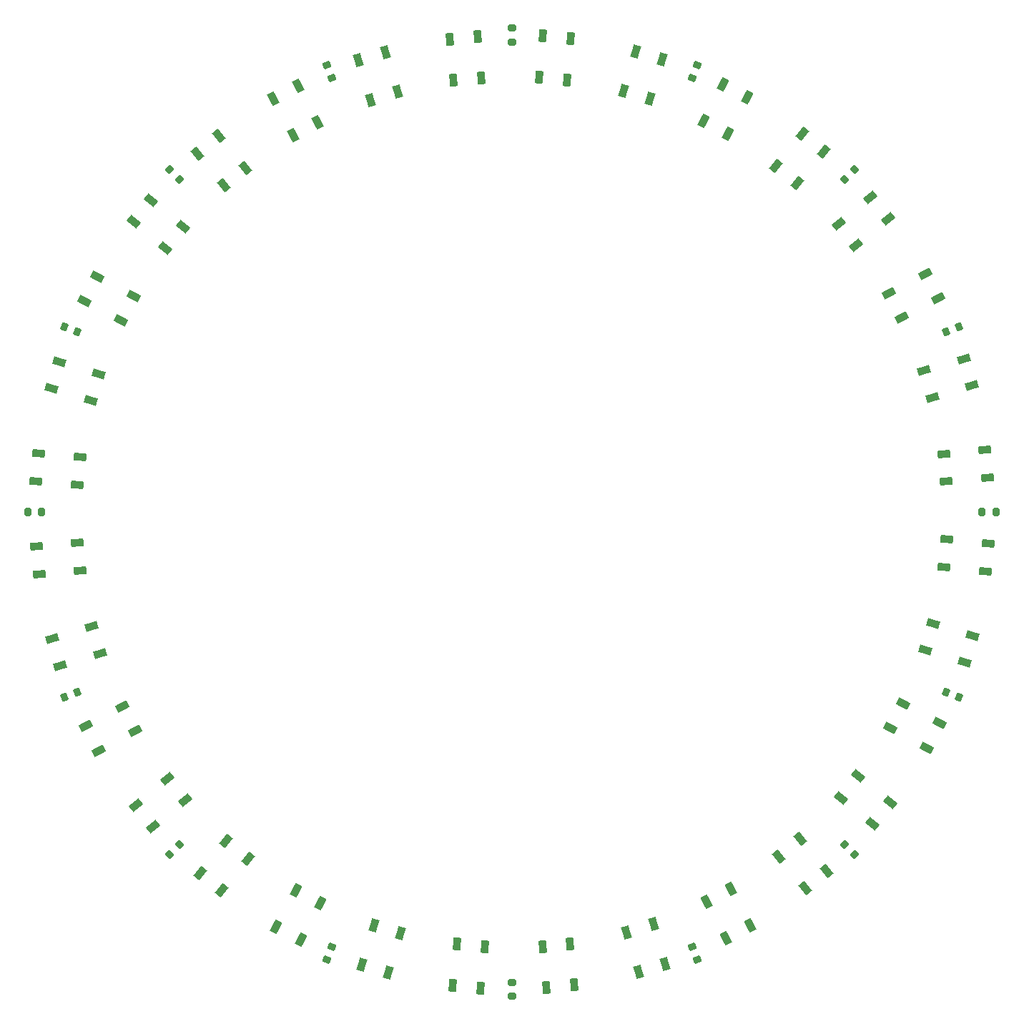
<source format=gbr>
%TF.GenerationSoftware,KiCad,Pcbnew,7.0.11*%
%TF.CreationDate,2025-03-06T22:37:58+09:00*%
%TF.ProjectId,Line_V2,4c696e65-5f56-4322-9e6b-696361645f70,rev?*%
%TF.SameCoordinates,Original*%
%TF.FileFunction,Paste,Bot*%
%TF.FilePolarity,Positive*%
%FSLAX46Y46*%
G04 Gerber Fmt 4.6, Leading zero omitted, Abs format (unit mm)*
G04 Created by KiCad (PCBNEW 7.0.11) date 2025-03-06 22:37:58*
%MOMM*%
%LPD*%
G01*
G04 APERTURE LIST*
G04 Aperture macros list*
%AMRoundRect*
0 Rectangle with rounded corners*
0 $1 Rounding radius*
0 $2 $3 $4 $5 $6 $7 $8 $9 X,Y pos of 4 corners*
0 Add a 4 corners polygon primitive as box body*
4,1,4,$2,$3,$4,$5,$6,$7,$8,$9,$2,$3,0*
0 Add four circle primitives for the rounded corners*
1,1,$1+$1,$2,$3*
1,1,$1+$1,$4,$5*
1,1,$1+$1,$6,$7*
1,1,$1+$1,$8,$9*
0 Add four rect primitives between the rounded corners*
20,1,$1+$1,$2,$3,$4,$5,0*
20,1,$1+$1,$4,$5,$6,$7,0*
20,1,$1+$1,$6,$7,$8,$9,0*
20,1,$1+$1,$8,$9,$2,$3,0*%
%AMRotRect*
0 Rectangle, with rotation*
0 The origin of the aperture is its center*
0 $1 length*
0 $2 width*
0 $3 Rotation angle, in degrees counterclockwise*
0 Add horizontal line*
21,1,$1,$2,0,0,$3*%
G04 Aperture macros list end*
%ADD10RotRect,1.500000X0.900000X320.625000*%
%ADD11RotRect,1.500000X0.900000X106.875000*%
%ADD12RotRect,1.500000X0.900000X219.375000*%
%ADD13RotRect,1.500000X0.900000X264.375000*%
%ADD14RoundRect,0.200000X-0.330604X0.079538X-0.177530X-0.290014X0.330604X-0.079538X0.177530X0.290014X0*%
%ADD15RoundRect,0.200000X-0.079538X-0.330604X0.290014X-0.177530X0.079538X0.330604X-0.290014X0.177530X0*%
%ADD16RotRect,1.500000X0.900000X331.875000*%
%ADD17RotRect,1.500000X0.900000X298.125000*%
%ADD18RoundRect,0.200000X0.079538X0.330604X-0.290014X0.177530X-0.079538X-0.330604X0.290014X-0.177530X0*%
%ADD19RotRect,1.500000X0.900000X354.375000*%
%ADD20RotRect,1.500000X0.900000X174.375000*%
%ADD21RoundRect,0.200000X-0.177530X0.290014X-0.330604X-0.079538X0.177530X-0.290014X0.330604X0.079538X0*%
%ADD22RotRect,1.500000X0.900000X309.375000*%
%ADD23RoundRect,0.200000X0.053033X-0.335876X0.335876X-0.053033X-0.053033X0.335876X-0.335876X0.053033X0*%
%ADD24RotRect,1.500000X0.900000X163.125000*%
%ADD25RoundRect,0.200000X0.275000X-0.200000X0.275000X0.200000X-0.275000X0.200000X-0.275000X-0.200000X0*%
%ADD26RotRect,1.500000X0.900000X118.125000*%
%ADD27RoundRect,0.200000X0.290014X0.177530X-0.079538X0.330604X-0.290014X-0.177530X0.079538X-0.330604X0*%
%ADD28RotRect,1.500000X0.900000X129.375000*%
%ADD29RotRect,1.500000X0.900000X50.625000*%
%ADD30RoundRect,0.200000X-0.290014X-0.177530X0.079538X-0.330604X0.290014X0.177530X-0.079538X0.330604X0*%
%ADD31RoundRect,0.200000X-0.053033X0.335876X-0.335876X0.053033X0.053033X-0.335876X0.335876X-0.053033X0*%
%ADD32RoundRect,0.200000X0.200000X0.275000X-0.200000X0.275000X-0.200000X-0.275000X0.200000X-0.275000X0*%
%ADD33RotRect,1.500000X0.900000X28.125000*%
%ADD34RoundRect,0.200000X0.335876X0.053033X0.053033X0.335876X-0.335876X-0.053033X-0.053033X-0.335876X0*%
%ADD35RoundRect,0.200000X0.177530X-0.290014X0.330604X0.079538X-0.177530X0.290014X-0.330604X-0.079538X0*%
%ADD36RotRect,1.500000X0.900000X230.625000*%
%ADD37RotRect,1.500000X0.900000X241.875000*%
%ADD38RoundRect,0.200000X-0.335876X-0.053033X-0.053033X-0.335876X0.335876X0.053033X0.053033X0.335876X0*%
%ADD39RotRect,1.500000X0.900000X286.875000*%
%ADD40RotRect,1.500000X0.900000X5.625000*%
%ADD41RotRect,1.500000X0.900000X39.375000*%
%ADD42RotRect,1.500000X0.900000X275.625000*%
%ADD43RotRect,1.500000X0.900000X140.625000*%
%ADD44RotRect,1.500000X0.900000X95.625000*%
%ADD45RotRect,1.500000X0.900000X196.875000*%
%ADD46RotRect,1.500000X0.900000X208.125000*%
%ADD47RotRect,1.500000X0.900000X253.125000*%
%ADD48RotRect,1.500000X0.900000X151.875000*%
%ADD49RoundRect,0.200000X-0.275000X0.200000X-0.275000X-0.200000X0.275000X-0.200000X0.275000X0.200000X0*%
%ADD50RotRect,1.500000X0.900000X73.125000*%
%ADD51RoundRect,0.200000X-0.200000X-0.275000X0.200000X-0.275000X0.200000X0.275000X-0.200000X0.275000X0*%
%ADD52RotRect,1.500000X0.900000X185.625000*%
%ADD53RotRect,1.500000X0.900000X61.875000*%
%ADD54RotRect,1.500000X0.900000X84.375000*%
%ADD55RotRect,1.500000X0.900000X16.875000*%
%ADD56RoundRect,0.200000X0.330604X-0.079538X0.177530X0.290014X-0.330604X0.079538X-0.177530X-0.290014X0*%
%ADD57RotRect,1.500000X0.900000X343.125000*%
G04 APERTURE END LIST*
D10*
%TO.C,D16*%
X55189933Y-65618572D03*
X57283431Y-63067637D03*
X61071183Y-66176164D03*
X58977685Y-68727099D03*
%TD*%
D11*
%TO.C,D26*%
X118156911Y-153482253D03*
X114999008Y-154440193D03*
X113576613Y-149751185D03*
X116734516Y-148793245D03*
%TD*%
D12*
%TO.C,D17*%
X142462812Y-62758429D03*
X144556310Y-65309364D03*
X140768558Y-68417891D03*
X138675060Y-65866956D03*
%TD*%
D13*
%TO.C,D1*%
X103691976Y-43640490D03*
X106976086Y-43963947D03*
X106495802Y-48840352D03*
X103211692Y-48516895D03*
%TD*%
D14*
%TO.C,R8*%
X121305900Y-151436992D03*
X121937328Y-152961394D03*
%TD*%
D15*
%TO.C,R4*%
X151436992Y-78694100D03*
X152961394Y-78062672D03*
%TD*%
D16*
%TO.C,D12*%
X49343461Y-75021212D03*
X50899071Y-72110872D03*
X55220485Y-74420716D03*
X53664875Y-77331056D03*
%TD*%
D17*
%TO.C,D24*%
X71758099Y-51087633D03*
X74668439Y-49532023D03*
X76978283Y-53853437D03*
X74067943Y-55409047D03*
%TD*%
D18*
%TO.C,R12*%
X48563008Y-121305900D03*
X47038606Y-121937328D03*
%TD*%
D19*
%TO.C,D4*%
X43640493Y-96308028D03*
X43963950Y-93023918D03*
X48840355Y-93504202D03*
X48516898Y-96788312D03*
%TD*%
D20*
%TO.C,D2*%
X156359510Y-103691978D03*
X156036053Y-106976088D03*
X151159648Y-106495804D03*
X151483105Y-103211694D03*
%TD*%
D21*
%TO.C,R10*%
X78694100Y-151436992D03*
X78062672Y-152961394D03*
%TD*%
D22*
%TO.C,D20*%
X62758430Y-57537191D03*
X65309365Y-55443693D03*
X68417892Y-59231445D03*
X65866957Y-61324943D03*
%TD*%
D23*
%TO.C,R3*%
X139368170Y-60631830D03*
X140534896Y-59465104D03*
%TD*%
D24*
%TO.C,D6*%
X154556308Y-114616229D03*
X153598368Y-117774132D03*
X148909360Y-116351737D03*
X149867300Y-113193834D03*
%TD*%
D25*
%TO.C,R1*%
X100000000Y-44325000D03*
X100000000Y-42675000D03*
%TD*%
D26*
%TO.C,D22*%
X128241901Y-148912369D03*
X125331561Y-150467979D03*
X123021717Y-146146565D03*
X125932057Y-144590955D03*
%TD*%
D27*
%TO.C,R14*%
X48563008Y-78694100D03*
X47038606Y-78062672D03*
%TD*%
D28*
%TO.C,D18*%
X137241571Y-142462811D03*
X134690636Y-144556309D03*
X131582109Y-140768557D03*
X134133044Y-138675059D03*
%TD*%
D29*
%TO.C,D15*%
X65618571Y-144810068D03*
X63067636Y-142716570D03*
X66176163Y-138928818D03*
X68727098Y-141022316D03*
%TD*%
D30*
%TO.C,R6*%
X151436992Y-121305900D03*
X152961394Y-121937328D03*
%TD*%
D31*
%TO.C,R11*%
X60631830Y-139368170D03*
X59465104Y-140534896D03*
%TD*%
D32*
%TO.C,R13*%
X44325000Y-100000000D03*
X42675000Y-100000000D03*
%TD*%
D33*
%TO.C,D23*%
X51087632Y-128241902D03*
X49532022Y-125331562D03*
X53853436Y-123021718D03*
X55409046Y-125932058D03*
%TD*%
D34*
%TO.C,R15*%
X60631830Y-60631830D03*
X59465104Y-59465104D03*
%TD*%
D35*
%TO.C,R2*%
X121305900Y-48563008D03*
X121937328Y-47038606D03*
%TD*%
D36*
%TO.C,D13*%
X134381431Y-55189932D03*
X136932366Y-57283430D03*
X133823839Y-61071182D03*
X131272904Y-58977684D03*
%TD*%
D37*
%TO.C,D9*%
X124978791Y-49343461D03*
X127889131Y-50899071D03*
X125579287Y-55220485D03*
X122668947Y-53664875D03*
%TD*%
D38*
%TO.C,R7*%
X139368170Y-139368170D03*
X140534896Y-140534896D03*
%TD*%
D39*
%TO.C,D28*%
X81843088Y-46517749D03*
X85000991Y-45559809D03*
X86423386Y-50248817D03*
X83265483Y-51206757D03*
%TD*%
D40*
%TO.C,D31*%
X44003157Y-107374162D03*
X43679700Y-104090052D03*
X48556105Y-103609768D03*
X48879562Y-106893878D03*
%TD*%
D41*
%TO.C,D19*%
X57537190Y-137241571D03*
X55443692Y-134690636D03*
X59231444Y-131582109D03*
X61324942Y-134133044D03*
%TD*%
D42*
%TO.C,D32*%
X92625838Y-44003158D03*
X95909948Y-43679701D03*
X96390232Y-48556106D03*
X93106122Y-48879563D03*
%TD*%
D43*
%TO.C,D14*%
X144810068Y-134381430D03*
X142716570Y-136932365D03*
X138928818Y-133823838D03*
X141022316Y-131272903D03*
%TD*%
D44*
%TO.C,D30*%
X107374161Y-155996844D03*
X104090051Y-156320301D03*
X103609767Y-151443896D03*
X106893877Y-151120439D03*
%TD*%
D45*
%TO.C,D25*%
X153482254Y-81843090D03*
X154440194Y-85000993D03*
X149751186Y-86423388D03*
X148793246Y-83265485D03*
%TD*%
D46*
%TO.C,D21*%
X148912370Y-71758099D03*
X150467980Y-74668439D03*
X146146566Y-76978283D03*
X144590956Y-74067943D03*
%TD*%
D47*
%TO.C,D5*%
X114616230Y-45443691D03*
X117774133Y-46401631D03*
X116351738Y-51090639D03*
X113193835Y-50132699D03*
%TD*%
D48*
%TO.C,D10*%
X150656539Y-124978790D03*
X149100929Y-127889130D03*
X144779515Y-125579286D03*
X146335125Y-122668946D03*
%TD*%
D49*
%TO.C,R9*%
X100000000Y-155675000D03*
X100000000Y-157325000D03*
%TD*%
D50*
%TO.C,D7*%
X85383772Y-154556308D03*
X82225869Y-153598368D03*
X83648264Y-148909360D03*
X86806167Y-149867300D03*
%TD*%
D51*
%TO.C,R5*%
X155675000Y-100000000D03*
X157325000Y-100000000D03*
%TD*%
D52*
%TO.C,D29*%
X155996845Y-92625840D03*
X156320302Y-95909950D03*
X151443897Y-96390234D03*
X151120440Y-93106124D03*
%TD*%
D53*
%TO.C,D11*%
X75021211Y-150656539D03*
X72110871Y-149100929D03*
X74420715Y-144779515D03*
X77331055Y-146335125D03*
%TD*%
D54*
%TO.C,D3*%
X96308027Y-156359508D03*
X93023917Y-156036051D03*
X93504201Y-151159646D03*
X96788311Y-151483103D03*
%TD*%
D55*
%TO.C,D27*%
X46517748Y-118156912D03*
X45559808Y-114999009D03*
X50248816Y-113576614D03*
X51206756Y-116734517D03*
%TD*%
D56*
%TO.C,R16*%
X78694100Y-48563008D03*
X78062672Y-47038606D03*
%TD*%
D57*
%TO.C,D8*%
X45443693Y-85383773D03*
X46401633Y-82225870D03*
X51090641Y-83648265D03*
X50132701Y-86806168D03*
%TD*%
M02*

</source>
